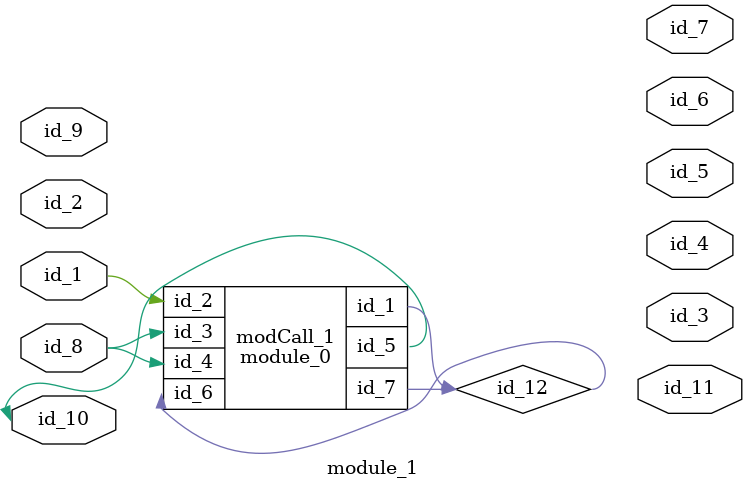
<source format=v>
module module_0 (
    id_1,
    id_2,
    id_3,
    id_4,
    id_5,
    id_6,
    id_7
);
  inout wire id_7;
  input wire id_6;
  inout wire id_5;
  input wire id_4;
  input wire id_3;
  input wire id_2;
  inout wire id_1;
endmodule
module module_1 (
    id_1,
    id_2,
    id_3,
    id_4,
    id_5,
    id_6,
    id_7,
    id_8,
    id_9,
    id_10,
    id_11
);
  output wire id_11;
  inout wire id_10;
  input wire id_9;
  input wire id_8;
  output wire id_7;
  output wire id_6;
  output wire id_5;
  output wire id_4;
  output wire id_3;
  input wire id_2;
  input wire id_1;
  wire id_12;
  module_0 modCall_1 (
      id_12,
      id_1,
      id_8,
      id_8,
      id_10,
      id_12,
      id_12
  );
  wire id_13;
  wire id_14;
  wire id_15;
endmodule

</source>
